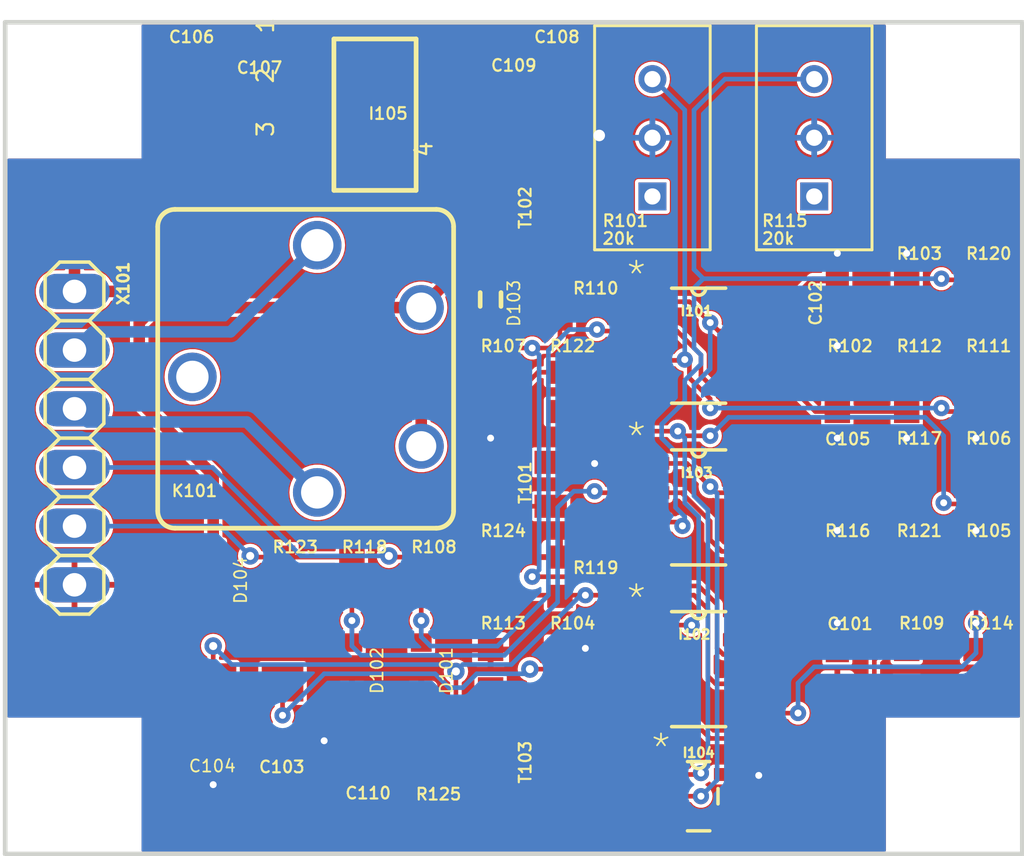
<source format=kicad_pcb>
(kicad_pcb (version 20240108) (generator "pcbnew") (generator_version "8.0")
  (layers (0 "F.Cu" signal) (31 "B.Cu" signal) (34 "B.Paste" user) (35 "F.Paste" user) (36 "B.SilkS" user "B.Silkscreen") (37 "F.SilkS" user "F.Silkscreen") (38 "B.Mask" user) (39 "F.Mask" user) (44 "Edge.Cuts" user))
  (net 0 "")
  (net 1 "GND")
  (net 2 "+5V")
  (net 3 "SENS_1")
  (net 4 "BRAKE_F")
  (net 5 "+12V")
  (net 6 "SC_IN")
  (net 7 "SC_OUT")
  (net 8 "SENS_2")
  (net 9 "DF")
  (net 10 "N$2")
  (net 11 "N$3")
  (net 12 "N$6")
  (net 13 "N$8")
  (net 14 "N$11")
  (net 15 "N$66")
  (net 16 "N$10")
  (net 17 "N$12")
  (net 18 "N$13")
  (net 19 "N$15")
  (net 20 "N$20")
  (net 21 "N$1")
  (net 22 "N$7")
  (net 23 "N$4")
  (net 24 "N$16")
  (net 25 "N$14")
  (net 26 "N$5")
  (footprint "R0603" (layer "F.Cu") (at 168.5011 99.0036 -90)
    (property "Reference" "R120")
    (property "Value" "10k")
  )
  (footprint "" (layer "F.Cu") (at 167.5011 120.0036)
    (property "Reference" "@HOLE2" (hide yes))
    (property "Value" "")
  )
  (footprint "R0603" (layer "F.Cu") (at 150.5011 99.0036 -90)
    (property "Reference" "R110")
    (property "Value" "100R")
  )
  (footprint "R0603" (layer "F.Cu") (at 138.5011 111.0036 90)
    (property "Reference" "R123")
    (property "Value" "100k")
  )
  (footprint "SOIC127P600X175-8N" (layer "F.Cu") (at 156.5011 101.0036)
    (property "Reference" "I101")
    (property "Value" "LM393AD")
  )
  (footprint "C0603" (layer "F.Cu") (at 137.0011 91.0036 90)
    (property "Reference" "C107")
    (property "Value" "100n")
  )
  (footprint "CP1" (layer "F.Cu") (at 140.0011 102.0036 90)
    (property "Reference" "K101")
    (property "Value" "CP1-12V")
  )
  (footprint "C0603" (layer "F.Cu") (at 162.5011 115.0036 90)
    (property "Reference" "C101")
    (property "Value" "100n")
  )
  (footprint "SOD323" (layer "F.Cu") (at 144.5011 115.0036 90)
    (property "Reference" "D101")
    (property "Value" "DF2B36FU")
  )
  (footprint "R0603" (layer "F.Cu") (at 144.5011 119.0036 -90)
    (property "Reference" "R125")
    (property "Value" "560k")
  )
  (footprint "R0603" (layer "F.Cu") (at 147.5011 103.0036 -90)
    (property "Reference" "R107")
    (property "Value" "10k")
  )
  (footprint "R0603" (layer "F.Cu") (at 165.5011 99.0036 -90)
    (property "Reference" "R103")
    (property "Value" "10k")
  )
  (footprint "SOIC127P600X175-8N" (layer "F.Cu") (at 156.5011 115.0036)
    (property "Reference" "I102")
    (property "Value" "LM393AD")
  )
  (footprint "SOT95P280X145-5N" (layer "F.Cu") (at 156.5011 120.5036)
    (property "Reference" "I104")
    (property "Value" "SN74AHC1G02DBVR")
  )
  (footprint "SOIC127P600X175-8N" (layer "F.Cu") (at 156.5011 108.0036)
    (property "Reference" "I103")
    (property "Value" "LM393AD")
  )
  (footprint "R0603" (layer "F.Cu") (at 141.5011 111.0036 -90)
    (property "Reference" "R118")
    (property "Value" "10k")
  )
  (footprint "C1206" (layer "F.Cu") (at 150.3011 90.5036 90)
    (property "Reference" "C108")
    (property "Value" "10µ")
  )
  (footprint "R0603" (layer "F.Cu") (at 168.5011 111.0036 90)
    (property "Reference" "R105")
    (property "Value" "39k")
  )
  (footprint "R0603" (layer "F.Cu") (at 168.5011 107.0036 90)
    (property "Reference" "R106")
    (property "Value" "10k")
  )
  (footprint "" (layer "F.Cu") (at 129.5011 90.0036)
    (property "Reference" "@HOLE0" (hide yes))
    (property "Value" "")
  )
  (footprint "SOD323" (layer "F.Cu") (at 141.5011 115.0036 90)
    (property "Reference" "D102")
    (property "Value" "DF2B36FU")
  )
  (footprint "C0603" (layer "F.Cu") (at 141.5011 119.0036 -90)
    (property "Reference" "C110")
    (property "Value" "100n")
  )
  (footprint "R0603" (layer "F.Cu") (at 165.5011 107.0036 -90)
    (property "Reference" "R117")
    (property "Value" "10k")
  )
  (footprint "R0603" (layer "F.Cu") (at 144.5011 111.0036 -90)
    (property "Reference" "R108")
    (property "Value" "10k")
  )
  (footprint "R0603" (layer "F.Cu") (at 165.5011 111.0036 90)
    (property "Reference" "R121")
    (property "Value" "10k")
  )
  (footprint "C1206" (layer "F.Cu") (at 138.5011 117.0036 -90)
    (property "Reference" "C103")
    (property "Value" "10µ")
  )
  (footprint "R0603" (layer "F.Cu") (at 150.5011 103.0036 -90)
    (property "Reference" "R122")
    (property "Value" "100R")
  )
  (footprint "SOT-23" (layer "F.Cu") (at 149.0011 107.0036 90)
    (property "Reference" "T101")
    (property "Value" "Si2309CDS")
  )
  (footprint "M64X201KB40" (layer "F.Cu") (at 161.5011 92.0036 90)
    (property "Reference" "R115")
    (property "Value" "20k")
  )
  (footprint "C0603" (layer "F.Cu") (at 162.5011 107.0036 90)
    (property "Reference" "C105")
    (property "Value" "100n")
  )
  (footprint "1X06" (layer "F.Cu") (at 129.5011 105.0036 -90)
    (property "Reference" "X101")
    (property "Value" "")
  )
  (footprint "R0603" (layer "F.Cu") (at 150.5011 111.0036 -90)
    (property "Reference" "R119")
    (property "Value" "560k")
  )
  (footprint "MICROMELF" (layer "F.Cu") (at 147.5011 99.0036 90)
    (property "Reference" "D103")
    (property "Value" "MCL4148")
  )
  (footprint "C0603" (layer "F.Cu") (at 162.5011 99.0036 90)
    (property "Reference" "C102")
    (property "Value" "100n")
  )
  (footprint "R0603" (layer "F.Cu") (at 147.5011 115.0036 -90)
    (property "Reference" "R113")
    (property "Value" "100k")
  )
  (footprint "C1206K" (layer "F.Cu") (at 135.5011 117.0036 90)
    (property "Reference" "C104")
    (property "Value" "10µ")
  )
  (footprint "R0603" (layer "F.Cu") (at 165.5011 103.0036 90)
    (property "Reference" "R112")
    (property "Value" "10k")
  )
  (footprint "R0603" (layer "F.Cu") (at 168.5011 115.0036 90)
    (property "Reference" "R114")
    (property "Value" "10k")
  )
  (footprint "R0603" (layer "F.Cu") (at 150.5011 115.0036 90)
    (property "Reference" "R104")
    (property "Value" "39k")
  )
  (footprint "SOD323" (layer "F.Cu") (at 135.5011 111.0036 90)
    (property "Reference" "D104")
    (property "Value" "DF2B36FU")
  )
  (footprint "R0603" (layer "F.Cu") (at 147.5011 111.0036 90)
    (property "Reference" "R124")
    (property "Value" "100k")
  )
  (footprint "R0603" (layer "F.Cu") (at 168.5011 103.0036 90)
    (property "Reference" "R111")
    (property "Value" "10k")
  )
  (footprint "R0603" (layer "F.Cu") (at 162.5011 111.0036 -90)
    (property "Reference" "R116")
    (property "Value" "100k")
  )
  (footprint "C0603" (layer "F.Cu") (at 148.0011 91.0036 -90)
    (property "Reference" "C109")
    (property "Value" "100n")
  )
  (footprint "SOT-23" (layer "F.Cu") (at 149.0011 95.0036 90)
    (property "Reference" "T102")
    (property "Value" "BSS138")
  )
  (footprint "SOT-23" (layer "F.Cu") (at 149.0011 119.0036 90)
    (property "Reference" "T103")
    (property "Value" "BSS138")
  )
  (footprint "C1206" (layer "F.Cu") (at 134.5011 90.5036 90)
    (property "Reference" "C106")
    (property "Value" "10µ")
  )
  (footprint "" (layer "F.Cu") (at 167.5011 90.0036)
    (property "Reference" "@HOLE3" (hide yes))
    (property "Value" "")
  )
  (footprint "R0603" (layer "F.Cu") (at 165.5011 115.0036 -90)
    (property "Reference" "R109")
    (property "Value" "39k")
  )
  (footprint "" (layer "F.Cu") (at 129.5011 120.0036)
    (property "Reference" "@HOLE1" (hide yes))
    (property "Value" "")
  )
  (footprint "R0603" (layer "F.Cu") (at 162.5011 103.0036 -90)
    (property "Reference" "R102")
    (property "Value" "100k")
  )
  (footprint "LINEAR_SOT223" (layer "F.Cu") (at 142.5011 91.0036 -90)
    (property "Reference" "I105")
    (property "Value" "LM1117MPX-5.0")
  )
  (footprint "M64X201KB40" (layer "F.Cu") (at 154.5011 92.0036 90)
    (property "Reference" "R101")
    (property "Value" "20k")
  )
  (gr_line (start 170.5011 87.0036) (end 126.5011 87.0036) (stroke (width 0.2)) (layer "Edge.Cuts"))
  (gr_line (start 126.5011 87.0036) (end 126.5011 123.0036) (stroke (width 0.2)) (layer "Edge.Cuts"))
  (gr_line (start 170.5011 123.0036) (end 170.5011 87.0036) (stroke (width 0.2)) (layer "Edge.Cuts"))
  (gr_line (start 126.5011 123.0036) (end 170.5011 123.0036) (stroke (width 0.2)) (layer "Edge.Cuts"))
  (segment (start 152.0011 106.1036) (end 151.9511 106.0536) (width 0.2) (layer "F.Cu") (net 2))
  (segment (start 165.5011 105.0036) (end 165.5011 106.1536) (width 0.2) (layer "F.Cu") (net 2))
  (segment (start 168.5011 105.0036) (end 168.5011 106.1536) (width 0.2) (layer "F.Cu") (net 2))
  (segment (start 162.4461 106.0986) (end 158.8633 106.0986) (width 0.3) (layer "F.Cu") (net 2))
  (segment (start 162.5011 106.1536) (end 162.5011 105.0036) (width 0.3) (layer "F.Cu") (net 2))
  (segment (start 162.5011 101.0036) (end 162.5011 102.1536) (width 0.2) (layer "F.Cu") (net 2))
  (segment (start 162.5011 98.1536) (end 162.5011 97.0036) (width 0.3) (layer "F.Cu") (net 2))
  (segment (start 141.5011 118.1536) (end 140.3511 118.1536) (width 0.2) (layer "F.Cu") (net 2))
  (segment (start 151.9511 106.0536) (end 150.1011 106.0536) (width 0.2) (layer "F.Cu") (net 2))
  (segment (start 168.5011 109.0036) (end 168.5011 110.1536) (width 0.2) (layer "F.Cu") (net 2))
  (segment (start 151.5511 114.1536) (end 150.5011 114.1536) (width 0.2) (layer "F.Cu") (net 2))
  (segment (start 145.6001 91.0036) (end 139.4023 91.0036) (width 0.5) (layer "F.Cu") (net 2))
  (segment (start 145.6001 91.0036) (end 146.4501 91.8536) (width 0.5) (layer "F.Cu") (net 2))
  (segment (start 161.4511 98.1536) (end 160.5061 99.0986) (width 0.3) (layer "F.Cu") (net 2))
  (segment (start 161.5511 114.1536) (end 160.4961 113.0986) (width 0.3) (layer "F.Cu") (net 2))
  (segment (start 150.2511 91.8536) (end 150.3011 91.9036) (width 0.5) (layer "F.Cu") (net 2))
  (segment (start 147.5011 103.8536) (end 147.5011 105.0036) (width 0.2) (layer "F.Cu") (net 2))
  (segment (start 150.3011 91.9036) (end 152.2011 91.9036) (width 0.5) (layer "F.Cu") (net 2))
  (segment (start 162.5011 113.0036) (end 162.5011 114.1536) (width 0.3) (layer "F.Cu") (net 2))
  (segment (start 140.3511 118.1536) (end 140.3011 118.1036) (width 0.2) (layer "F.Cu") (net 2))
  (segment (start 157.7965 119.5638) (end 159.0613 119.5638) (width 0.2) (layer "F.Cu") (net 2))
  (segment (start 162.5011 98.1536) (end 161.4511 98.1536) (width 0.3) (layer "F.Cu") (net 2))
  (segment (start 135.5011 118.5036) (end 135.5011 120.0036) (width 0.2) (layer "F.Cu") (net 2))
  (segment (start 160.4961 113.0986) (end 158.8633 113.0986) (width 0.3) (layer "F.Cu") (net 2))
  (segment (start 160.5061 99.0986) (end 158.8633 99.0986) (width 0.3) (layer "F.Cu") (net 2))
  (segment (start 162.5011 106.1536) (end 162.4461 106.0986) (width 0.3) (layer "F.Cu") (net 2))
  (segment (start 165.5011 98.1536) (end 165.5011 97.0036) (width 0.2) (layer "F.Cu") (net 2))
  (segment (start 146.4501 91.8536) (end 148.0011 91.8536) (width 0.5) (layer "F.Cu") (net 2))
  (segment (start 151.6011 114.1036) (end 151.5511 114.1536) (width 0.2) (layer "F.Cu") (net 2))
  (segment (start 148.0011 91.8536) (end 150.2511 91.8536) (width 0.5) (layer "F.Cu") (net 2))
  (segment (start 162.5011 109.0036) (end 162.5011 110.1536) (width 0.2) (layer "F.Cu") (net 2))
  (segment (start 159.0613 119.5638) (end 159.1011 119.6036) (width 0.2) (layer "F.Cu") (net 2))
  (segment (start 162.5011 114.1536) (end 161.5511 114.1536) (width 0.3) (layer "F.Cu") (net 2))
  (via (at 162.5011 113.0036) (size 0.7) (drill 0.3) (layers "F.Cu" "B.Cu") (net 2))
  (via (at 135.5011 120.0036) (size 0.7) (drill 0.3) (layers "F.Cu" "B.Cu") (net 2))
  (via (at 162.5011 109.0036) (size 0.7) (drill 0.3) (layers "F.Cu" "B.Cu") (net 2))
  (via (at 152.2011 91.9036) (size 0.9) (drill 0.5) (layers "F.Cu" "B.Cu") (net 2))
  (via (at 168.5011 105.0036) (size 0.7) (drill 0.3) (layers "F.Cu" "B.Cu") (net 2))
  (via (at 168.5011 109.0036) (size 0.7) (drill 0.3) (layers "F.Cu" "B.Cu") (net 2))
  (via (at 159.1011 119.6036) (size 0.7) (drill 0.3) (layers "F.Cu" "B.Cu") (net 2))
  (via (at 152.0011 106.1036) (size 0.7) (drill 0.3) (layers "F.Cu" "B.Cu") (net 2))
  (via (at 165.5011 105.0036) (size 0.7) (drill 0.3) (layers "F.Cu" "B.Cu") (net 2))
  (via (at 151.6011 114.1036) (size 0.7) (drill 0.3) (layers "F.Cu" "B.Cu") (net 2))
  (via (at 162.5011 105.0036) (size 0.7) (drill 0.3) (layers "F.Cu" "B.Cu") (net 2))
  (via (at 147.5011 105.0036) (size 0.7) (drill 0.3) (layers "F.Cu" "B.Cu") (net 2))
  (via (at 140.3011 118.1036) (size 0.7) (drill 0.3) (layers "F.Cu" "B.Cu") (net 2))
  (via (at 165.5011 97.0036) (size 0.7) (drill 0.3) (layers "F.Cu" "B.Cu") (net 2))
  (via (at 162.5011 101.0036) (size 0.7) (drill 0.3) (layers "F.Cu" "B.Cu") (net 2))
  (via (at 162.5011 97.0036) (size 0.7) (drill 0.3) (layers "F.Cu" "B.Cu") (net 2))
  (segment (start 143.1511 110.1536) (end 144.5011 110.1536) (width 0.2) (layer "F.Cu") (net 3))
  (segment (start 143.1511 110.1536) (end 143.1011 110.1036) (width 0.2) (layer "F.Cu") (net 3))
  (segment (start 147.5011 110.1536) (end 144.5011 110.1536) (width 0.2) (layer "F.Cu") (net 3))
  (via (at 143.1011 110.1036) (size 0.75) (drill 0.35) (layers "F.Cu" "B.Cu") (net 3))
  (segment (start 135.4711 106.2736) (end 139.3011 110.1036) (width 0.2) (layer "B.Cu") (net 3))
  (segment (start 143.1011 110.1036) (end 139.3011 110.1036) (width 0.2) (layer "B.Cu") (net 3))
  (segment (start 129.5011 106.2736) (end 135.4711 106.2736) (width 0.2) (layer "B.Cu") (net 3))
  (segment (start 156.6011 101.4036) (end 155.5661 100.3686) (width 0.2) (layer "F.Cu") (net 4))
  (segment (start 155.5661 100.3686) (end 154.1389 100.3686) (width 0.2) (layer "F.Cu") (net 4))
  (segment (start 158.8633 102.9086) (end 158.8583 102.9036) (width 0.2) (layer "F.Cu") (net 4))
  (segment (start 158.8583 102.9036) (end 157.2011 102.9036) (width 0.2) (layer "F.Cu") (net 4))
  (segment (start 156.6011 101.4036) (end 156.6011 102.3036) (width 0.2) (layer "F.Cu") (net 4))
  (segment (start 144.5011 112.9036) (end 144.5011 113.8536) (width 0.2) (layer "F.Cu") (net 4))
  (segment (start 144.5011 111.8536) (end 144.5011 112.9036) (width 0.2) (layer "F.Cu") (net 4))
  (segment (start 157.2011 102.9036) (end 156.6011 102.3036) (width 0.2) (layer "F.Cu") (net 4))
  (segment (start 154.1389 100.3686) (end 152.1661 100.3686) (width 0.2) (layer "F.Cu") (net 4))
  (segment (start 152.1661 100.3686) (end 152.1011 100.3036) (width 0.2) (layer "F.Cu") (net 4))
  (via (at 152.1011 100.3036) (size 0.7) (drill 0.3) (layers "F.Cu" "B.Cu") (net 4))
  (via (at 144.5011 112.9036) (size 0.7) (drill 0.3) (layers "F.Cu" "B.Cu") (net 4))
  (segment (start 144.9011 114.0036) (end 147.8011 114.0036) (width 0.2) (layer "B.Cu") (net 4))
  (segment (start 144.5011 112.9036) (end 144.5011 113.6036) (width 0.2) (layer "B.Cu") (net 4))
  (segment (start 150.0011 101.2036) (end 150.9011 100.3036) (width 0.2) (layer "B.Cu") (net 4))
  (segment (start 150.9011 100.3036) (end 152.1011 100.3036) (width 0.2) (layer "B.Cu") (net 4))
  (segment (start 144.9011 114.0036) (end 144.5011 113.6036) (width 0.2) (layer "B.Cu") (net 4))
  (segment (start 147.8011 114.0036) (end 150.0011 111.8036) (width 0.2) (layer "B.Cu") (net 4))
  (segment (start 150.0011 111.8036) (end 150.0011 101.2036) (width 0.2) (layer "B.Cu") (net 4))
  (segment (start 132.9511 99.3536) (end 132.2511 98.6536) (width 0.5) (layer "F.Cu") (net 5))
  (segment (start 136.9511 91.9036) (end 137.0011 91.8536) (width 0.5) (layer "F.Cu") (net 5))
  (segment (start 134.5011 91.9036) (end 134.5011 94.0036) (width 0.5) (layer "F.Cu") (net 5))
  (segment (start 132.3011 100.0036) (end 132.9511 99.3536) (width 0.5) (layer "F.Cu") (net 5))
  (segment (start 129.5011 96.3036) (end 129.5011 98.6536) (width 0.5) (layer "F.Cu") (net 5))
  (segment (start 144.5011 99.3536) (end 132.9511 99.3536) (width 0.5) (layer "F.Cu") (net 5))
  (segment (start 135.5011 106.6036) (end 132.3011 103.4036) (width 0.5) (layer "F.Cu") (net 5))
  (segment (start 147.5011 98.2036) (end 145.6511 98.2036) (width 0.5) (layer "F.Cu") (net 5))
  (segment (start 145.6511 98.2036) (end 144.5011 99.3536) (width 0.5) (layer "F.Cu") (net 5))
  (segment (start 133.3011 95.2036) (end 130.6011 95.2036) (width 0.5) (layer "F.Cu") (net 5))
  (segment (start 135.5011 109.8536) (end 135.5011 106.6036) (width 0.5) (layer "F.Cu") (net 5))
  (segment (start 139.4023 93.315) (end 137.5125 93.315) (width 0.5) (layer "F.Cu") (net 5))
  (segment (start 132.3011 100.0036) (end 132.3011 103.4036) (width 0.5) (layer "F.Cu") (net 5))
  (segment (start 137.0011 92.8036) (end 137.0011 91.8536) (width 0.5) (layer "F.Cu") (net 5))
  (segment (start 137.5125 93.315) (end 137.0011 92.8036) (width 0.5) (layer "F.Cu") (net 5))
  (segment (start 130.6011 95.2036) (end 129.5011 96.3036) (width 0.5) (layer "F.Cu") (net 5))
  (segment (start 132.2511 98.6536) (end 129.5011 98.6536) (width 0.5) (layer "F.Cu") (net 5))
  (segment (start 134.5011 94.0036) (end 133.3011 95.2036) (width 0.5) (layer "F.Cu") (net 5))
  (segment (start 134.5011 91.9036) (end 136.9511 91.9036) (width 0.5) (layer "F.Cu") (net 5))
  (segment (start 136.2511 100.4036) (end 130.2911 100.4036) (width 0.5) (layer "B.Cu") (net 6))
  (segment (start 136.2511 100.4036) (end 140.0011 96.6536) (width 0.5) (layer "B.Cu") (net 6))
  (segment (start 129.5011 101.1936) (end 130.2911 100.4036) (width 0.5) (layer "B.Cu") (net 6))
  (segment (start 136.9511 104.3036) (end 130.0711 104.3036) (width 0.5) (layer "B.Cu") (net 7))
  (segment (start 136.9511 104.3036) (end 140.0011 107.3536) (width 0.5) (layer "B.Cu") (net 7))
  (segment (start 129.5011 103.7336) (end 130.0711 104.3036) (width 0.5) (layer "B.Cu") (net 7))
  (segment (start 138.5011 110.1536) (end 137.1511 110.1536) (width 0.2) (layer "F.Cu") (net 8))
  (segment (start 137.1511 110.1536) (end 137.1011 110.1036) (width 0.2) (layer "F.Cu") (net 8))
  (segment (start 138.5011 110.1536) (end 141.5011 110.1536) (width 0.2) (layer "F.Cu") (net 8))
  (via (at 137.1011 110.1036) (size 0.75) (drill 0.35) (layers "F.Cu" "B.Cu") (net 8))
  (segment (start 135.8111 108.8136) (end 129.5011 108.8136) (width 0.2) (layer "B.Cu") (net 8))
  (segment (start 137.1011 110.1036) (end 135.8111 108.8136) (width 0.2) (layer "B.Cu") (net 8))
  (segment (start 157.0011 108.6036) (end 155.7661 107.3686) (width 0.2) (layer "F.Cu") (net 9))
  (segment (start 157.5061 109.9086) (end 157.0011 109.4036) (width 0.2) (layer "F.Cu") (net 9))
  (segment (start 152.0661 107.3686) (end 152.0011 107.3036) (width 0.2) (layer "F.Cu") (net 9))
  (segment (start 157.0011 108.6036) (end 157.0011 109.4036) (width 0.2) (layer "F.Cu") (net 9))
  (segment (start 141.5011 111.8536) (end 141.5011 112.9036) (width 0.2) (layer "F.Cu") (net 9))
  (segment (start 158.8633 109.9086) (end 157.5061 109.9086) (width 0.2) (layer "F.Cu") (net 9))
  (segment (start 141.5011 112.9036) (end 141.5011 113.8536) (width 0.2) (layer "F.Cu") (net 9))
  (segment (start 155.7661 107.3686) (end 154.1389 107.3686) (width 0.2) (layer "F.Cu") (net 9))
  (segment (start 154.1389 107.3686) (end 152.0661 107.3686) (width 0.2) (layer "F.Cu") (net 9))
  (via (at 152.0011 107.3036) (size 0.7) (drill 0.3) (layers "F.Cu" "B.Cu") (net 9))
  (via (at 141.5011 112.9036) (size 0.7) (drill 0.3) (layers "F.Cu" "B.Cu") (net 9))
  (segment (start 141.5011 112.9036) (end 141.5011 114.0036) (width 0.2) (layer "B.Cu") (net 9))
  (segment (start 148.1011 114.4036) (end 150.4011 112.1036) (width 0.2) (layer "B.Cu") (net 9))
  (segment (start 141.9011 114.4036) (end 148.1011 114.4036) (width 0.2) (layer "B.Cu") (net 9))
  (segment (start 150.4011 112.1036) (end 150.4011 108.0036) (width 0.2) (layer "B.Cu") (net 9))
  (segment (start 151.1011 107.3036) (end 152.0011 107.3036) (width 0.2) (layer "B.Cu") (net 9))
  (segment (start 141.9011 114.4036) (end 141.5011 114.0036) (width 0.2) (layer "B.Cu") (net 9))
  (segment (start 150.4011 108.0036) (end 151.1011 107.3036) (width 0.2) (layer "B.Cu") (net 9))
  (segment (start 155.2057 120.5036) (end 156.6011 120.5036) (width 0.2) (layer "F.Cu") (net 10))
  (segment (start 163.6011 107.0036) (end 160.7011 107.0036) (width 0.2) (layer "F.Cu") (net 10))
  (segment (start 160.3361 107.3686) (end 158.8633 107.3686) (width 0.2) (layer "F.Cu") (net 10))
  (segment (start 164.4511 107.8536) (end 163.6011 107.0036) (width 0.2) (layer "F.Cu") (net 10))
  (segment (start 165.5011 107.8536) (end 164.4511 107.8536) (width 0.2) (layer "F.Cu") (net 10))
  (segment (start 158.8633 107.3686) (end 157.2661 107.3686) (width 0.2) (layer "F.Cu") (net 10))
  (segment (start 157.0011 107.1036) (end 155.9961 106.0986) (width 0.2) (layer "F.Cu") (net 10))
  (segment (start 160.7011 107.0036) (end 160.3361 107.3686) (width 0.2) (layer "F.Cu") (net 10))
  (segment (start 157.2661 107.3686) (end 157.0011 107.1036) (width 0.2) (layer "F.Cu") (net 10))
  (segment (start 155.9961 106.0986) (end 154.1389 106.0986) (width 0.2) (layer "F.Cu") (net 10))
  (via (at 156.6011 120.5036) (size 0.7) (drill 0.3) (layers "F.Cu" "B.Cu") (net 10))
  (via (at 157.0011 107.1036) (size 0.7) (drill 0.3) (layers "F.Cu" "B.Cu") (net 10))
  (segment (start 157.3011 107.4036) (end 157.3011 119.8036) (width 0.2) (layer "B.Cu") (net 10))
  (segment (start 157.0011 107.1036) (end 157.3011 107.4036) (width 0.2) (layer "B.Cu") (net 10))
  (segment (start 157.3011 119.8036) (end 156.6011 120.5036) (width 0.2) (layer "B.Cu") (net 10))
  (segment (start 157.0011 100.0036) (end 156.0961 99.0986) (width 0.2) (layer "F.Cu") (net 11))
  (segment (start 165.5011 99.8536) (end 164.3511 99.8536) (width 0.2) (layer "F.Cu") (net 11))
  (segment (start 161.7011 99.0036) (end 160.3361 100.3686) (width 0.2) (layer "F.Cu") (net 11))
  (segment (start 156.0961 99.0986) (end 154.1389 99.0986) (width 0.2) (layer "F.Cu") (net 11))
  (segment (start 160.3361 100.3686) (end 158.8633 100.3686) (width 0.2) (layer "F.Cu") (net 11))
  (segment (start 158.8633 100.3686) (end 157.3661 100.3686) (width 0.2) (layer "F.Cu") (net 11))
  (segment (start 163.5011 99.0036) (end 161.7011 99.0036) (width 0.2) (layer "F.Cu") (net 11))
  (segment (start 155.2057 119.5638) (end 156.5409 119.5638) (width 0.2) (layer "F.Cu") (net 11))
  (segment (start 164.3511 99.8536) (end 163.5011 99.0036) (width 0.2) (layer "F.Cu") (net 11))
  (segment (start 157.3661 100.3686) (end 157.0011 100.0036) (width 0.2) (layer "F.Cu") (net 11))
  (segment (start 156.5409 119.5638) (end 156.6011 119.5036) (width 0.2) (layer "F.Cu") (net 11))
  (via (at 157.0011 100.0036) (size 0.7) (drill 0.3) (layers "F.Cu" "B.Cu") (net 11))
  (via (at 156.6011 119.5036) (size 0.7) (drill 0.3) (layers "F.Cu" "B.Cu") (net 11))
  (segment (start 156.3011 107.5036) (end 156.9011 108.1036) (width 0.2) (layer "B.Cu") (net 11))
  (segment (start 157.0011 102.0036) (end 156.3011 102.7036) (width 0.2) (layer "B.Cu") (net 11))
  (segment (start 156.9011 108.1036) (end 156.9011 119.2036) (width 0.2) (layer "B.Cu") (net 11))
  (segment (start 156.3011 102.7036) (end 156.3011 107.5036) (width 0.2) (layer "B.Cu") (net 11))
  (segment (start 157.0011 100.0036) (end 157.0011 102.0036) (width 0.2) (layer "B.Cu") (net 11))
  (segment (start 156.9011 119.2036) (end 156.6011 119.5036) (width 0.2) (layer "B.Cu") (net 11))
  (segment (start 157.0011 103.3036) (end 157.0011 103.7036) (width 0.2) (layer "F.Cu") (net 12))
  (segment (start 168.5011 103.8536) (end 167.1511 103.8536) (width 0.2) (layer "F.Cu") (net 12))
  (segment (start 155.8661 101.6386) (end 154.1389 101.6386) (width 0.2) (layer "F.Cu") (net 12))
  (segment (start 155.9011 101.6036) (end 155.8661 101.6386) (width 0.2) (layer "F.Cu") (net 12))
  (segment (start 156.1011 101.8036) (end 155.9011 101.6036) (width 0.2) (layer "F.Cu") (net 12))
  (segment (start 156.1011 101.8036) (end 156.1011 102.4036) (width 0.2) (layer "F.Cu") (net 12))
  (segment (start 167.1511 103.8536) (end 167.0011 103.7036) (width 0.2) (layer "F.Cu") (net 12))
  (segment (start 157.0011 103.3036) (end 156.1011 102.4036) (width 0.2) (layer "F.Cu") (net 12))
  (via (at 157.0011 103.7036) (size 0.7) (drill 0.3) (layers "F.Cu" "B.Cu") (net 12))
  (via (at 167.0011 103.7036) (size 0.7) (drill 0.3) (layers "F.Cu" "B.Cu") (net 12))
  (via (at 155.9011 101.6036) (size 0.7) (drill 0.3) (layers "F.Cu" "B.Cu") (net 12))
  (segment (start 167.0011 103.7036) (end 157.0011 103.7036) (width 0.2) (layer "B.Cu") (net 12))
  (segment (start 154.5611 89.4636) (end 154.5011 89.4636) (width 0.2) (layer "B.Cu") (net 12))
  (segment (start 155.9011 90.8036) (end 155.9011 101.6036) (width 0.2) (layer "B.Cu") (net 12))
  (segment (start 155.9011 90.8036) (end 154.5611 89.4636) (width 0.2) (layer "B.Cu") (net 12))
  (segment (start 168.5011 98.1536) (end 167.0511 98.1536) (width 0.2) (layer "F.Cu") (net 13))
  (segment (start 167.0511 98.1536) (end 167.0011 98.1036) (width 0.2) (layer "F.Cu") (net 13))
  (segment (start 154.1389 108.6386) (end 155.6361 108.6386) (width 0.2) (layer "F.Cu") (net 13))
  (segment (start 155.8011 108.8036) (end 155.6361 108.6386) (width 0.2) (layer "F.Cu") (net 13))
  (via (at 167.0011 98.1036) (size 0.7) (drill 0.3) (layers "F.Cu" "B.Cu") (net 13))
  (via (at 155.8011 108.8036) (size 0.7) (drill 0.3) (layers "F.Cu" "B.Cu") (net 13))
  (segment (start 167.0011 98.1036) (end 156.7011 98.1036) (width 0.2) (layer "B.Cu") (net 13))
  (segment (start 156.6011 101.4036) (end 156.6011 101.8036) (width 0.2) (layer "B.Cu") (net 13))
  (segment (start 154.9011 104.4036) (end 154.9011 105.0036) (width 0.2) (layer "B.Cu") (net 13))
  (segment (start 155.9011 102.5036) (end 155.9011 103.4036) (width 0.2) (layer "B.Cu") (net 13))
  (segment (start 157.6411 89.4636) (end 156.3011 90.8036) (width 0.2) (layer "B.Cu") (net 13))
  (segment (start 155.5011 105.6036) (end 154.9011 105.0036) (width 0.2) (layer "B.Cu") (net 13))
  (segment (start 155.5011 105.6036) (end 155.5011 108.0036) (width 0.2) (layer "B.Cu") (net 13))
  (segment (start 156.3011 98.5036) (end 156.3011 101.1036) (width 0.2) (layer "B.Cu") (net 13))
  (segment (start 156.7011 98.1036) (end 156.3011 98.5036) (width 0.2) (layer "B.Cu") (net 13))
  (segment (start 156.7011 98.1036) (end 156.3011 97.7036) (width 0.2) (layer "B.Cu") (net 13))
  (segment (start 155.9011 103.4036) (end 154.9011 104.4036) (width 0.2) (layer "B.Cu") (net 13))
  (segment (start 155.8011 108.8036) (end 155.9011 108.7036) (width 0.2) (layer "B.Cu") (net 13))
  (segment (start 155.9011 108.4036) (end 155.9011 108.7036) (width 0.2) (layer "B.Cu") (net 13))
  (segment (start 156.6011 101.4036) (end 156.3011 101.1036) (width 0.2) (layer "B.Cu") (net 13))
  (segment (start 156.3011 90.8036) (end 156.3011 97.7036) (width 0.2) (layer "B.Cu") (net 13))
  (segment (start 161.5011 89.4636) (end 157.6411 89.4636) (width 0.2) (layer "B.Cu") (net 13))
  (segment (start 156.6011 101.8036) (end 155.9011 102.5036) (width 0.2) (layer "B.Cu") (net 13))
  (segment (start 155.5011 108.0036) (end 155.9011 108.4036) (width 0.2) (layer "B.Cu") (net 13))
  (segment (start 149.0011 97.5036) (end 147.9011 96.4036) (width 0.5) (layer "F.Cu") (net 14))
  (segment (start 146.5011 99.8036) (end 144.5011 101.8036) (width 0.5) (layer "F.Cu") (net 14))
  (segment (start 148.5011 99.8036) (end 147.5011 99.8036) (width 0.5) (layer "F.Cu") (net 14))
  (segment (start 147.9011 95.0036) (end 147.9011 96.4036) (width 0.5) (layer "F.Cu") (net 14))
  (segment (start 144.5011 101.8036) (end 144.5011 105.3536) (width 0.5) (layer "F.Cu") (net 14))
  (segment (start 149.0011 97.5036) (end 149.0011 99.3036) (width 0.5) (layer "F.Cu") (net 14))
  (segment (start 149.0011 99.3036) (end 148.5011 99.8036) (width 0.5) (layer "F.Cu") (net 14))
  (segment (start 147.5011 99.8036) (end 146.5011 99.8036) (width 0.5) (layer "F.Cu") (net 14))
  (segment (start 160.1011 120.7036) (end 159.3613 121.4434) (width 0.2) (layer "F.Cu") (net 15))
  (segment (start 164.7511 115.8536) (end 162.2011 118.4036) (width 0.2) (layer "F.Cu") (net 15))
  (segment (start 165.5011 115.8536) (end 164.7511 115.8536) (width 0.2) (layer "F.Cu") (net 15))
  (segment (start 160.1011 119.1036) (end 160.1011 120.7036) (width 0.2) (layer "F.Cu") (net 15))
  (segment (start 159.3613 121.4434) (end 157.7965 121.4434) (width 0.2) (layer "F.Cu") (net 15))
  (segment (start 162.2011 118.4036) (end 160.8011 118.4036) (width 0.2) (layer "F.Cu") (net 15))
  (segment (start 160.8011 118.4036) (end 160.1011 119.1036) (width 0.2) (layer "F.Cu") (net 15))
  (segment (start 150.5011 98.1536) (end 150.6011 98.0536) (width 0.2) (layer "F.Cu") (net 16))
  (segment (start 150.6011 97.3036) (end 150.1011 96.8036) (width 0.2) (layer "F.Cu") (net 16))
  (segment (start 150.6011 98.0536) (end 150.6011 97.3036) (width 0.2) (layer "F.Cu") (net 16))
  (segment (start 150.1011 96.8036) (end 150.1011 95.9536) (width 0.2) (layer "F.Cu") (net 16))
  (segment (start 165.4511 114.1036) (end 164.6011 114.1036) (width 0.2) (layer "F.Cu") (net 17))
  (segment (start 157.0011 118.0036) (end 156.1011 117.1036) (width 0.2) (layer "F.Cu") (net 17))
  (segment (start 138.5011 115.6036) (end 138.5011 117.0036) (width 0.2) (layer "F.Cu") (net 17))
  (segment (start 162.0011 118.0036) (end 164.1011 115.9036) (width 0.2) (layer "F.Cu") (net 17))
  (segment (start 156.1011 114.9036) (end 155.5661 114.3686) (width 0.2) (layer "F.Cu") (net 17))
  (segment (start 162.0011 118.0036) (end 157.0011 118.0036) (width 0.2) (layer "F.Cu") (net 17))
  (segment (start 155.5661 114.3686) (end 154.1389 114.3686) (width 0.2) (layer "F.Cu") (net 17))
  (segment (start 164.1011 114.6036) (end 164.1011 115.9036) (width 0.2) (layer "F.Cu") (net 17))
  (segment (start 152.1011 115.0036) (end 149.2011 115.0036) (width 0.2) (layer "F.Cu") (net 17))
  (segment (start 156.1011 114.9036) (end 156.1011 117.1036) (width 0.2) (layer "F.Cu") (net 17))
  (segment (start 165.5011 114.1536) (end 165.4511 114.1036) (width 0.2) (layer "F.Cu") (net 17))
  (segment (start 164.6011 114.1036) (end 164.1011 114.6036) (width 0.2) (layer "F.Cu") (net 17))
  (segment (start 152.7361 114.3686) (end 152.1011 115.0036) (width 0.2) (layer "F.Cu") (net 17))
  (segment (start 152.7361 114.3686) (end 154.1389 114.3686) (width 0.2) (layer "F.Cu") (net 17))
  (via (at 149.2011 115.0036) (size 0.75) (drill 0.35) (layers "F.Cu" "B.Cu") (net 17))
  (via (at 138.5011 117.0036) (size 0.7) (drill 0.3) (layers "F.Cu" "B.Cu") (net 17))
  (segment (start 145.7011 115.8036) (end 145.1011 115.2036) (width 0.2) (layer "B.Cu") (net 17))
  (segment (start 145.1011 115.2036) (end 140.3011 115.2036) (width 0.2) (layer "B.Cu") (net 17))
  (segment (start 149.0011 115.2036) (end 146.9011 115.2036) (width 0.2) (layer "B.Cu") (net 17))
  (segment (start 146.9011 115.2036) (end 146.3011 115.8036) (width 0.2) (layer "B.Cu") (net 17))
  (segment (start 146.3011 115.8036) (end 145.7011 115.8036) (width 0.2) (layer "B.Cu") (net 17))
  (segment (start 140.3011 115.2036) (end 138.5011 117.0036) (width 0.2) (layer "B.Cu") (net 17))
  (segment (start 149.2011 115.0036) (end 149.0011 115.2036) (width 0.2) (layer "B.Cu") (net 17))
  (segment (start 150.5011 115.8536) (end 147.5011 115.8536) (width 0.2) (layer "F.Cu") (net 18))
  (segment (start 154.1389 115.6386) (end 152.2661 115.6386) (width 0.2) (layer "F.Cu") (net 18))
  (segment (start 152.0511 115.8536) (end 150.5011 115.8536) (width 0.2) (layer "F.Cu") (net 18))
  (segment (start 152.2661 115.6386) (end 152.0511 115.8536) (width 0.2) (layer "F.Cu") (net 18))
  (segment (start 150.0511 101.1036) (end 149.3011 101.1036) (width 0.2) (layer "F.Cu") (net 19))
  (segment (start 152.2011 111.4036) (end 151.8011 111.0036) (width 0.2) (layer "F.Cu") (net 19))
  (segment (start 147.9011 101.1036) (end 147.5011 101.5036) (width 0.2) (layer "F.Cu") (net 19))
  (segment (start 147.5011 101.5036) (end 147.5011 102.1536) (width 0.2) (layer "F.Cu") (net 19))
  (segment (start 150.5011 99.8536) (end 150.5011 100.6536) (width 0.2) (layer "F.Cu") (net 19))
  (segment (start 152.2011 111.4036) (end 156.5011 111.4036) (width 0.2) (layer "F.Cu") (net 19))
  (segment (start 151.8011 111.0036) (end 149.3011 111.0036) (width 0.2) (layer "F.Cu") (net 19))
  (segment (start 158.8633 114.3686) (end 157.5661 114.3686) (width 0.2) (layer "F.Cu") (net 19))
  (segment (start 157.3011 112.2036) (end 157.3011 114.1036) (width 0.2) (layer "F.Cu") (net 19))
  (segment (start 156.5011 111.4036) (end 157.3011 112.2036) (width 0.2) (layer "F.Cu") (net 19))
  (segment (start 157.5661 114.3686) (end 157.3011 114.1036) (width 0.2) (layer "F.Cu") (net 19))
  (segment (start 150.5011 100.6536) (end 150.0511 101.1036) (width 0.2) (layer "F.Cu") (net 19))
  (segment (start 149.3011 101.1036) (end 147.9011 101.1036) (width 0.2) (layer "F.Cu") (net 19))
  (via (at 149.3011 101.1036) (size 0.7) (drill 0.3) (layers "F.Cu" "B.Cu") (net 19))
  (via (at 149.3011 111.0036) (size 0.7) (drill 0.3) (layers "F.Cu" "B.Cu") (net 19))
  (segment (start 149.6011 101.4036) (end 149.3011 101.1036) (width 0.2) (layer "B.Cu") (net 19))
  (segment (start 149.6011 110.7036) (end 149.6011 101.4036) (width 0.2) (layer "B.Cu") (net 19))
  (segment (start 149.3011 111.0036) (end 149.6011 110.7036) (width 0.2) (layer "B.Cu") (net 19))
  (segment (start 149.2511 107.9536) (end 150.1011 107.9536) (width 0.2) (layer "F.Cu") (net 20))
  (segment (start 149.5511 102.1536) (end 149.0011 102.7036) (width 0.2) (layer "F.Cu") (net 20))
  (segment (start 149.0011 102.7036) (end 149.0011 107.7036) (width 0.2) (layer "F.Cu") (net 20))
  (segment (start 149.0011 107.7036) (end 149.2511 107.9536) (width 0.2) (layer "F.Cu") (net 20))
  (segment (start 150.5011 102.1536) (end 149.5511 102.1536) (width 0.2) (layer "F.Cu") (net 20))
  (segment (start 168.5011 111.8536) (end 168.5011 113.0036) (width 0.2) (layer "F.Cu") (net 21))
  (segment (start 160.8011 116.9036) (end 160.7961 116.9086) (width 0.2) (layer "F.Cu") (net 21))
  (segment (start 168.5011 113.0036) (end 168.5011 114.1536) (width 0.2) (layer "F.Cu") (net 21))
  (segment (start 160.7961 116.9086) (end 158.8633 116.9086) (width 0.2) (layer "F.Cu") (net 21))
  (via (at 168.5011 113.0036) (size 0.7) (drill 0.3) (layers "F.Cu" "B.Cu") (net 21))
  (via (at 160.8011 116.9036) (size 0.7) (drill 0.3) (layers "F.Cu" "B.Cu") (net 21))
  (segment (start 160.8011 115.6036) (end 160.8011 116.9036) (width 0.2) (layer "B.Cu") (net 21))
  (segment (start 168.5011 113.0036) (end 168.5011 114.3036) (width 0.2) (layer "B.Cu") (net 21))
  (segment (start 161.5011 114.9036) (end 160.8011 115.6036) (width 0.2) (layer "B.Cu") (net 21))
  (segment (start 168.5011 114.3036) (end 167.9011 114.9036) (width 0.2) (layer "B.Cu") (net 21))
  (segment (start 167.9011 114.9036) (end 161.5011 114.9036) (width 0.2) (layer "B.Cu") (net 21))
  (segment (start 149.0011 111.8036) (end 150.5511 111.8036) (width 0.2) (layer "F.Cu") (net 22))
  (segment (start 150.5511 111.8036) (end 150.5011 111.8536) (width 0.2) (layer "F.Cu") (net 22))
  (segment (start 151.6011 111.8036) (end 150.5511 111.8036) (width 0.2) (layer "F.Cu") (net 22))
  (segment (start 146.5011 119.0036) (end 146.0011 118.5036) (width 0.2) (layer "F.Cu") (net 22))
  (segment (start 147.9011 119.0036) (end 146.5011 119.0036) (width 0.2) (layer "F.Cu") (net 22))
  (segment (start 146.0011 115.1036) (end 146.0011 118.5036) (width 0.2) (layer "F.Cu") (net 22))
  (segment (start 147.9011 108.6036) (end 148.5011 109.2036) (width 0.2) (layer "F.Cu") (net 22))
  (segment (start 135.5011 114.0036) (end 135.5011 115.5036) (width 0.2) (layer "F.Cu") (net 22))
  (segment (start 156.9011 112.4036) (end 156.3011 111.8036) (width 0.2) (layer "F.Cu") (net 22))
  (segment (start 147.9011 107.0036) (end 147.9011 108.6036) (width 0.2) (layer "F.Cu") (net 22))
  (segment (start 158.8633 115.6386) (end 157.2361 115.6386) (width 0.2) (layer "F.Cu") (net 22))
  (segment (start 148.5011 109.2036) (end 148.5011 111.3036) (width 0.2) (layer "F.Cu") (net 22))
  (segment (start 157.2361 115.6386) (end 156.9011 115.3036) (width 0.2) (layer "F.Cu") (net 22))
  (segment (start 156.3011 111.8036) (end 151.6011 111.8036) (width 0.2) (layer "F.Cu") (net 22))
  (segment (start 156.9011 115.3036) (end 156.9011 112.4036) (width 0.2) (layer "F.Cu") (net 22))
  (segment (start 148.5011 111.3036) (end 149.0011 111.8036) (width 0.2) (layer "F.Cu") (net 22))
  (via (at 146.0011 115.1036) (size 0.75) (drill 0.35) (layers "F.Cu" "B.Cu") (net 22))
  (via (at 135.5011 114.0036) (size 0.75) (drill 0.35) (layers "F.Cu" "B.Cu") (net 22))
  (via (at 151.6011 111.8036) (size 0.7) (drill 0.3) (layers "F.Cu" "B.Cu") (net 22))
  (segment (start 146.0011 115.1036) (end 145.7011 114.8036) (width 0.2) (layer "B.Cu") (net 22))
  (segment (start 148.4011 114.8036) (end 146.3011 114.8036) (width 0.2) (layer "B.Cu") (net 22))
  (segment (start 151.4011 111.8036) (end 148.4011 114.8036) (width 0.2) (layer "B.Cu") (net 22))
  (segment (start 146.3011 114.8036) (end 146.0011 115.1036) (width 0.2) (layer "B.Cu") (net 22))
  (segment (start 151.6011 111.8036) (end 151.4011 111.8036) (width 0.2) (layer "B.Cu") (net 22))
  (segment (start 145.7011 114.8036) (end 136.3011 114.8036) (width 0.2) (layer "B.Cu") (net 22))
  (segment (start 135.5011 114.0036) (end 136.3011 114.8036) (width 0.2) (layer "B.Cu") (net 22))
  (segment (start 155.8011 104.9036) (end 155.6011 104.7036) (width 0.2) (layer "F.Cu") (net 23))
  (segment (start 156.2011 113.1036) (end 156.1961 113.0986) (width 0.2) (layer "F.Cu") (net 23))
  (segment (start 152.0511 103.8536) (end 150.5011 103.8536) (width 0.2) (layer "F.Cu") (net 23))
  (segment (start 155.6011 104.7036) (end 152.9011 104.7036) (width 0.2) (layer "F.Cu") (net 23))
  (segment (start 156.1961 113.0986) (end 154.1389 113.0986) (width 0.2) (layer "F.Cu") (net 23))
  (segment (start 152.9011 104.7036) (end 152.0511 103.8536) (width 0.2) (layer "F.Cu") (net 23))
  (segment (start 157.0011 104.9036) (end 155.8011 104.9036) (width 0.2) (layer "F.Cu") (net 23))
  (segment (start 167.1511 107.8536) (end 167.1011 107.8036) (width 0.2) (layer "F.Cu") (net 23))
  (segment (start 168.5011 107.8536) (end 167.1511 107.8536) (width 0.2) (layer "F.Cu") (net 23))
  (via (at 157.0011 104.9036) (size 0.7) (drill 0.3) (layers "F.Cu" "B.Cu") (net 23))
  (via (at 155.6011 104.7036) (size 0.7) (drill 0.3) (layers "F.Cu" "B.Cu") (net 23))
  (via (at 167.1011 107.8036) (size 0.7) (drill 0.3) (layers "F.Cu" "B.Cu") (net 23))
  (via (at 156.2011 113.1036) (size 0.7) (drill 0.3) (layers "F.Cu" "B.Cu") (net 23))
  (segment (start 155.9011 105.0036) (end 155.6011 104.7036) (width 0.2) (layer "B.Cu") (net 23))
  (segment (start 156.5011 112.8036) (end 156.2011 113.1036) (width 0.2) (layer "B.Cu") (net 23))
  (segment (start 157.8011 104.1036) (end 157.0011 104.9036) (width 0.2) (layer "B.Cu") (net 23))
  (segment (start 167.1011 104.9036) (end 166.3011 104.1036) (width 0.2) (layer "B.Cu") (net 23))
  (segment (start 156.5011 108.4036) (end 155.9011 107.8036) (width 0.2) (layer "B.Cu") (net 23))
  (segment (start 167.1011 104.9036) (end 167.1011 107.8036) (width 0.2) (layer "B.Cu") (net 23))
  (segment (start 155.9011 105.0036) (end 155.9011 107.8036) (width 0.2) (layer "B.Cu") (net 23))
  (segment (start 156.5011 108.4036) (end 156.5011 112.8036) (width 0.2) (layer "B.Cu") (net 23))
  (segment (start 166.3011 104.1036) (end 157.8011 104.1036) (width 0.2) (layer "B.Cu") (net 23))
  (segment (start 160.9011 109.2036) (end 160.9011 111.2036) (width 0.2) (layer "F.Cu") (net 24))
  (segment (start 160.9011 111.2036) (end 161.5511 111.8536) (width 0.2) (layer "F.Cu") (net 24))
  (segment (start 160.9011 109.2036) (end 160.3361 108.6386) (width 0.2) (layer "F.Cu") (net 24))
  (segment (start 161.5511 111.8536) (end 162.5011 111.8536) (width 0.2) (layer "F.Cu") (net 24))
  (segment (start 160.3361 108.6386) (end 158.8633 108.6386) (width 0.2) (layer "F.Cu") (net 24))
  (segment (start 162.5011 111.8536) (end 165.5011 111.8536) (width 0.2) (layer "F.Cu") (net 24))
  (segment (start 165.5011 103.8536) (end 162.5011 103.8536) (width 0.2) (layer "F.Cu") (net 25))
  (segment (start 162.5011 103.8536) (end 161.5511 103.8536) (width 0.2) (layer "F.Cu") (net 25))
  (segment (start 160.9011 102.2036) (end 160.3361 101.6386) (width 0.2) (layer "F.Cu") (net 25))
  (segment (start 161.5511 103.8536) (end 160.9011 103.2036) (width 0.2) (layer "F.Cu") (net 25))
  (segment (start 160.9011 102.2036) (end 160.9011 103.2036) (width 0.2) (layer "F.Cu") (net 25))
  (segment (start 160.3361 101.6386) (end 158.8633 101.6386) (width 0.2) (layer "F.Cu") (net 25))
  (segment (start 144.5011 119.8536) (end 141.5011 119.8536) (width 0.2) (layer "F.Cu") (net 26))
  (segment (start 144.5011 119.8536) (end 150.0011 119.8536) (width 0.2) (layer "F.Cu") (net 26))
  (segment (start 150.0011 119.8536) (end 150.1011 119.9536) (width 0.2) (layer "F.Cu") (net 26))
  (zone (net 1) (net_name "GND") (layer "F.Cu") (priority 6) (connect_pads (clearance 0.000001)) (min_thickness 0.1) (fill yes (thermal_gap 0.25) (thermal_bridge_width 0.25))
    (polygon (pts (xy 164.6011 92.9036) (xy 170.6011 92.9036) (xy 170.6011 117.1036) (xy 164.6011 117.1036) (xy 164.6011 123.1036) (xy 132.4011 123.1036) (xy 132.4011 117.1036) (xy 126.4011 117.1036) (xy 126.4011 92.9036) (xy 132.4011 92.9036) (xy 132.4011 86.9036) (xy 164.6011 86.9036)))
  )
  (zone (net 2) (net_name "+5V") (layer "B.Cu") (priority 6) (connect_pads (clearance 0.2)) (min_thickness 0.1) (fill yes (thermal_gap 0.25) (thermal_bridge_width 0.25))
    (polygon (pts (xy 164.6011 92.9036) (xy 170.6011 92.9036) (xy 170.6011 117.1036) (xy 164.6011 117.1036) (xy 164.6011 123.1036) (xy 132.4011 123.1036) (xy 132.4011 117.1036) (xy 126.4011 117.1036) (xy 126.4011 92.9036) (xy 132.4011 92.9036) (xy 132.4011 86.9036) (xy 164.6011 86.9036)))
  )
)
</source>
